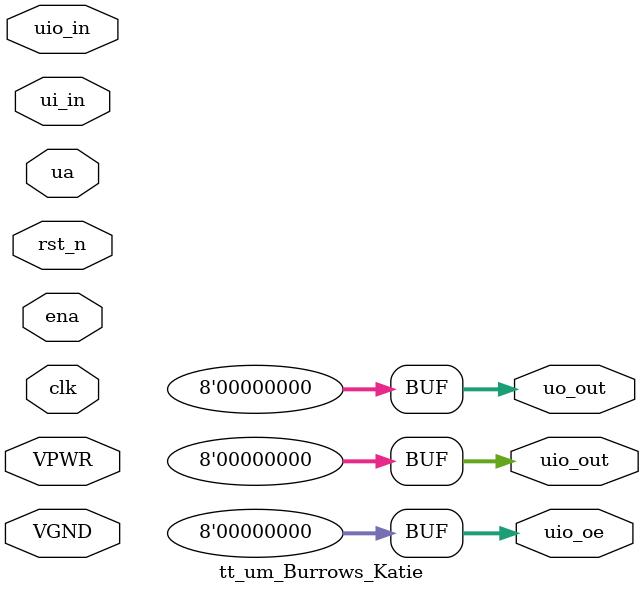
<source format=v>
module tt_um_Burrows_Katie(	// file.cleaned.mlir:2:3
  input        VGND,	// file.cleaned.mlir:2:37
               VPWR,	// file.cleaned.mlir:2:52
  input  [7:0] ui_in,	// file.cleaned.mlir:2:67
               uio_in,	// file.cleaned.mlir:2:83
  inout  [7:0] ua,	// file.cleaned.mlir:2:103
  input        ena,	// file.cleaned.mlir:2:116
               clk,	// file.cleaned.mlir:2:130
               rst_n,	// file.cleaned.mlir:2:144
  output [7:0] uo_out,	// file.cleaned.mlir:2:161
               uio_out,	// file.cleaned.mlir:2:178
               uio_oe	// file.cleaned.mlir:2:196
);

  assign uo_out = 8'h0;	// file.cleaned.mlir:3:14, :4:5
  assign uio_out = 8'h0;	// file.cleaned.mlir:3:14, :4:5
  assign uio_oe = 8'h0;	// file.cleaned.mlir:3:14, :4:5
endmodule


</source>
